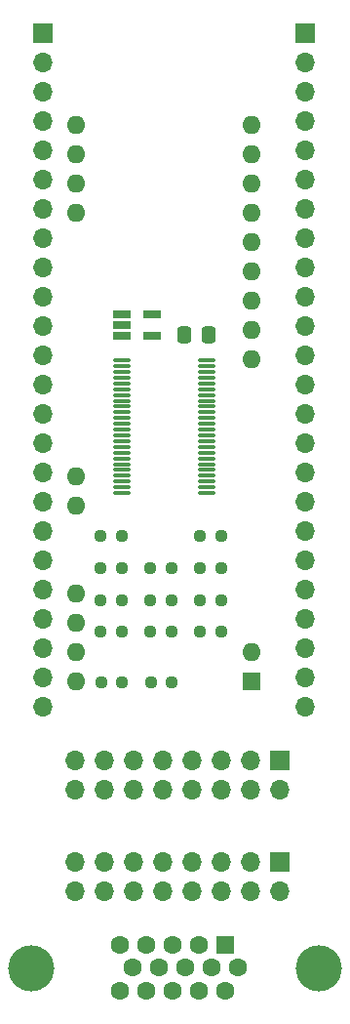
<source format=gbr>
%TF.GenerationSoftware,KiCad,Pcbnew,7.0.2-0*%
%TF.CreationDate,2023-05-04T08:20:14+02:00*%
%TF.ProjectId,tn9k_f18a,746e396b-5f66-4313-9861-2e6b69636164,rev?*%
%TF.SameCoordinates,Original*%
%TF.FileFunction,Soldermask,Top*%
%TF.FilePolarity,Negative*%
%FSLAX46Y46*%
G04 Gerber Fmt 4.6, Leading zero omitted, Abs format (unit mm)*
G04 Created by KiCad (PCBNEW 7.0.2-0) date 2023-05-04 08:20:14*
%MOMM*%
%LPD*%
G01*
G04 APERTURE LIST*
G04 Aperture macros list*
%AMRoundRect*
0 Rectangle with rounded corners*
0 $1 Rounding radius*
0 $2 $3 $4 $5 $6 $7 $8 $9 X,Y pos of 4 corners*
0 Add a 4 corners polygon primitive as box body*
4,1,4,$2,$3,$4,$5,$6,$7,$8,$9,$2,$3,0*
0 Add four circle primitives for the rounded corners*
1,1,$1+$1,$2,$3*
1,1,$1+$1,$4,$5*
1,1,$1+$1,$6,$7*
1,1,$1+$1,$8,$9*
0 Add four rect primitives between the rounded corners*
20,1,$1+$1,$2,$3,$4,$5,0*
20,1,$1+$1,$4,$5,$6,$7,0*
20,1,$1+$1,$6,$7,$8,$9,0*
20,1,$1+$1,$8,$9,$2,$3,0*%
G04 Aperture macros list end*
%ADD10R,1.600000X1.600000*%
%ADD11O,1.600000X1.600000*%
%ADD12C,1.600000*%
%ADD13C,4.000000*%
%ADD14R,1.700000X1.700000*%
%ADD15O,1.700000X1.700000*%
%ADD16RoundRect,0.237500X-0.250000X-0.237500X0.250000X-0.237500X0.250000X0.237500X-0.250000X0.237500X0*%
%ADD17R,1.560000X0.650000*%
%ADD18RoundRect,0.075000X-0.662500X-0.075000X0.662500X-0.075000X0.662500X0.075000X-0.662500X0.075000X0*%
%ADD19RoundRect,0.250000X-0.337500X-0.475000X0.337500X-0.475000X0.337500X0.475000X-0.337500X0.475000X0*%
G04 APERTURE END LIST*
D10*
%TO.C,J1*%
X122682000Y-116302000D03*
D11*
X122682000Y-113762000D03*
X107442000Y-116302000D03*
X107442000Y-113762000D03*
X122682000Y-88362000D03*
X122682000Y-85822000D03*
X122682000Y-83282000D03*
X122682000Y-80742000D03*
X122682000Y-78202000D03*
X122682000Y-75662000D03*
X122682000Y-73122000D03*
X122682000Y-70582000D03*
X122682000Y-68042000D03*
X107442000Y-68042000D03*
X107442000Y-70582000D03*
X107442000Y-73122000D03*
X107442000Y-75662000D03*
X107442000Y-98522000D03*
X107442000Y-101062000D03*
X107442000Y-108682000D03*
X107442000Y-111222000D03*
%TD*%
D12*
%TO.C,J5*%
X111218000Y-143089669D03*
X113508000Y-143089669D03*
X115798000Y-143089669D03*
X118088000Y-143089669D03*
X120378000Y-143089669D03*
X112363000Y-141109669D03*
X114653000Y-141109669D03*
X116943000Y-141109669D03*
X119233000Y-141109669D03*
X121523000Y-141109669D03*
X111218000Y-139129669D03*
X113508000Y-139129669D03*
X115798000Y-139129669D03*
X118088000Y-139129669D03*
D10*
X120378000Y-139129669D03*
D13*
X103563000Y-141179669D03*
X128563000Y-141179669D03*
%TD*%
D14*
%TO.C,J2*%
X125095000Y-131953000D03*
D15*
X125095000Y-134493000D03*
X122555000Y-131953000D03*
X122555000Y-134493000D03*
X120015000Y-131953000D03*
X120015000Y-134493000D03*
X117475000Y-131953000D03*
X117475000Y-134493000D03*
X114935000Y-131953000D03*
X114935000Y-134493000D03*
X112395000Y-131953000D03*
X112395000Y-134493000D03*
X109855000Y-131953000D03*
X109855000Y-134493000D03*
X107315000Y-131953000D03*
X107315000Y-134493000D03*
%TD*%
D14*
%TO.C,J6*%
X125095000Y-123128000D03*
D15*
X125095000Y-125668000D03*
X122555000Y-123128000D03*
X122555000Y-125668000D03*
X120015000Y-123128000D03*
X120015000Y-125668000D03*
X117475000Y-123128000D03*
X117475000Y-125668000D03*
X114935000Y-123128000D03*
X114935000Y-125668000D03*
X112395000Y-123128000D03*
X112395000Y-125668000D03*
X109855000Y-123128000D03*
X109855000Y-125668000D03*
X107315000Y-123128000D03*
X107315000Y-125668000D03*
%TD*%
D16*
%TO.C,R11*%
X109593000Y-109220000D03*
X111418000Y-109220000D03*
%TD*%
D14*
%TO.C,J3*%
X104538300Y-60106400D03*
D15*
X104538300Y-62646400D03*
X104538300Y-65186400D03*
X104538300Y-67726400D03*
X104538300Y-70266400D03*
X104538300Y-72806400D03*
X104538300Y-75346400D03*
X104538300Y-77886400D03*
X104538300Y-80426400D03*
X104538300Y-82966400D03*
X104538300Y-85506400D03*
X104538300Y-88046400D03*
X104538300Y-90586400D03*
X104538300Y-93126400D03*
X104538300Y-95666400D03*
X104538300Y-98206400D03*
X104538300Y-100746400D03*
X104538300Y-103286400D03*
X104538300Y-105826400D03*
X104538300Y-108366400D03*
X104538300Y-110906400D03*
X104538300Y-113446400D03*
X104538300Y-115986400D03*
X104538300Y-118526400D03*
%TD*%
D16*
%TO.C,R1*%
X118229000Y-103692000D03*
X120054000Y-103692000D03*
%TD*%
%TO.C,R9*%
X109590948Y-103691891D03*
X111415948Y-103691891D03*
%TD*%
D17*
%TO.C,U1*%
X111385000Y-84430000D03*
X111385000Y-85380000D03*
X111385000Y-86330000D03*
X114085000Y-86330000D03*
X114085000Y-84430000D03*
%TD*%
D16*
%TO.C,R7*%
X113911000Y-109220000D03*
X115736000Y-109220000D03*
%TD*%
%TO.C,R3*%
X118229000Y-109220000D03*
X120054000Y-109220000D03*
%TD*%
%TO.C,R10*%
X109590948Y-106455891D03*
X111415948Y-106455891D03*
%TD*%
%TO.C,R8*%
X113911000Y-111984000D03*
X115736000Y-111984000D03*
%TD*%
%TO.C,R4*%
X118229000Y-111984000D03*
X120054000Y-111984000D03*
%TD*%
D14*
%TO.C,J4*%
X127355200Y-60106400D03*
D15*
X127355200Y-62646400D03*
X127355200Y-65186400D03*
X127355200Y-67726400D03*
X127355200Y-70266400D03*
X127355200Y-72806400D03*
X127355200Y-75346400D03*
X127355200Y-77886400D03*
X127355200Y-80426400D03*
X127355200Y-82966400D03*
X127355200Y-85506400D03*
X127355200Y-88046400D03*
X127355200Y-90586400D03*
X127355200Y-93126400D03*
X127355200Y-95666400D03*
X127355200Y-98206400D03*
X127355200Y-100746400D03*
X127355200Y-103286400D03*
X127355200Y-105826400D03*
X127355200Y-108366400D03*
X127355200Y-110906400D03*
X127355200Y-113446400D03*
X127355200Y-115986400D03*
X127355200Y-118526400D03*
%TD*%
D16*
%TO.C,R12*%
X109593000Y-111984000D03*
X111418000Y-111984000D03*
%TD*%
%TO.C,R2*%
X118229000Y-106456000D03*
X120054000Y-106456000D03*
%TD*%
D18*
%TO.C,U4*%
X118813500Y-88454000D03*
X118813500Y-88954000D03*
X118813500Y-89454000D03*
X118813500Y-89954000D03*
X118813500Y-90454000D03*
X118813500Y-90954000D03*
X118813500Y-91454000D03*
X118813500Y-91954000D03*
X118813500Y-92454000D03*
X118813500Y-92954000D03*
X118813500Y-93454000D03*
X118813500Y-93954000D03*
X118813500Y-94454000D03*
X118813500Y-94954000D03*
X118813500Y-95454000D03*
X118813500Y-95954000D03*
X118813500Y-96454000D03*
X118813500Y-96954000D03*
X118813500Y-97454000D03*
X118813500Y-97954000D03*
X118813500Y-98454000D03*
X118813500Y-98954000D03*
X118813500Y-99454000D03*
X118813500Y-99954000D03*
X111388500Y-99954000D03*
X111388500Y-99454000D03*
X111388500Y-98954000D03*
X111388500Y-98454000D03*
X111388500Y-97954000D03*
X111388500Y-97454000D03*
X111388500Y-96954000D03*
X111388500Y-96454000D03*
X111388500Y-95954000D03*
X111388500Y-95454000D03*
X111388500Y-94954000D03*
X111388500Y-94454000D03*
X111388500Y-93954000D03*
X111388500Y-93454000D03*
X111388500Y-92954000D03*
X111388500Y-92454000D03*
X111388500Y-91954000D03*
X111388500Y-91454000D03*
X111388500Y-90954000D03*
X111388500Y-90454000D03*
X111388500Y-89954000D03*
X111388500Y-89454000D03*
X111388500Y-88954000D03*
X111388500Y-88454000D03*
%TD*%
D16*
%TO.C,R13*%
X113934500Y-116332000D03*
X115759500Y-116332000D03*
%TD*%
%TO.C,R14*%
X109623930Y-116338528D03*
X111448930Y-116338528D03*
%TD*%
D19*
%TO.C,C1*%
X116857500Y-86203000D03*
X118932500Y-86203000D03*
%TD*%
D16*
%TO.C,R6*%
X113911000Y-106456000D03*
X115736000Y-106456000D03*
%TD*%
M02*

</source>
